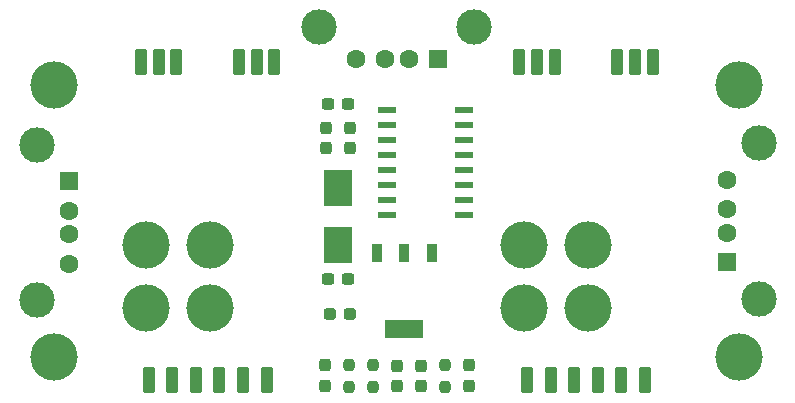
<source format=gts>
G04 #@! TF.GenerationSoftware,KiCad,Pcbnew,8.0.5*
G04 #@! TF.CreationDate,2024-09-26T10:19:01+02:00*
G04 #@! TF.ProjectId,BL-R8812AF1 2x mount,424c2d52-3838-4313-9241-463120327820,rev?*
G04 #@! TF.SameCoordinates,Original*
G04 #@! TF.FileFunction,Soldermask,Top*
G04 #@! TF.FilePolarity,Negative*
%FSLAX46Y46*%
G04 Gerber Fmt 4.6, Leading zero omitted, Abs format (unit mm)*
G04 Created by KiCad (PCBNEW 8.0.5) date 2024-09-26 10:19:01*
%MOMM*%
%LPD*%
G01*
G04 APERTURE LIST*
G04 Aperture macros list*
%AMRoundRect*
0 Rectangle with rounded corners*
0 $1 Rounding radius*
0 $2 $3 $4 $5 $6 $7 $8 $9 X,Y pos of 4 corners*
0 Add a 4 corners polygon primitive as box body*
4,1,4,$2,$3,$4,$5,$6,$7,$8,$9,$2,$3,0*
0 Add four circle primitives for the rounded corners*
1,1,$1+$1,$2,$3*
1,1,$1+$1,$4,$5*
1,1,$1+$1,$6,$7*
1,1,$1+$1,$8,$9*
0 Add four rect primitives between the rounded corners*
20,1,$1+$1,$2,$3,$4,$5,0*
20,1,$1+$1,$4,$5,$6,$7,0*
20,1,$1+$1,$6,$7,$8,$9,0*
20,1,$1+$1,$8,$9,$2,$3,0*%
G04 Aperture macros list end*
%ADD10RoundRect,0.237500X-0.287500X-0.237500X0.287500X-0.237500X0.287500X0.237500X-0.287500X0.237500X0*%
%ADD11RoundRect,0.237500X0.300000X0.237500X-0.300000X0.237500X-0.300000X-0.237500X0.300000X-0.237500X0*%
%ADD12RoundRect,0.237500X0.237500X-0.300000X0.237500X0.300000X-0.237500X0.300000X-0.237500X-0.300000X0*%
%ADD13RoundRect,0.237500X0.237500X-0.287500X0.237500X0.287500X-0.237500X0.287500X-0.237500X-0.287500X0*%
%ADD14RoundRect,0.237500X-0.237500X0.250000X-0.237500X-0.250000X0.237500X-0.250000X0.237500X0.250000X0*%
%ADD15RoundRect,0.237500X0.237500X-0.250000X0.237500X0.250000X-0.237500X0.250000X-0.237500X-0.250000X0*%
%ADD16RoundRect,0.237500X-0.237500X0.300000X-0.237500X-0.300000X0.237500X-0.300000X0.237500X0.300000X0*%
%ADD17R,2.400000X3.150000*%
%ADD18C,4.000000*%
%ADD19RoundRect,0.275000X0.275000X-0.825000X0.275000X0.825000X-0.275000X0.825000X-0.275000X-0.825000X0*%
%ADD20RoundRect,0.137500X0.662500X0.137500X-0.662500X0.137500X-0.662500X-0.137500X0.662500X-0.137500X0*%
%ADD21R,1.600000X1.500000*%
%ADD22C,1.600000*%
%ADD23C,3.000000*%
%ADD24R,1.500000X1.600000*%
%ADD25R,3.200400X1.549400*%
%ADD26R,0.900800X1.549400*%
G04 APERTURE END LIST*
D10*
X121313000Y-96774000D03*
X123063000Y-96774000D03*
D11*
X122883000Y-78994000D03*
X121158000Y-78994000D03*
D12*
X123063000Y-82751000D03*
X123063000Y-81026000D03*
X121031000Y-82751000D03*
X121031000Y-81026000D03*
D11*
X122883000Y-93853000D03*
X121158000Y-93853000D03*
D13*
X120904000Y-102856000D03*
X120904000Y-101106000D03*
D14*
X122936000Y-101106000D03*
X122936000Y-102931000D03*
D15*
X124968000Y-102931000D03*
X124968000Y-101106000D03*
D16*
X127000000Y-101159000D03*
X127000000Y-102884000D03*
D13*
X133096000Y-102856000D03*
X133096000Y-101106000D03*
D14*
X131064000Y-101106000D03*
X131064000Y-102931000D03*
D16*
X129032000Y-101159000D03*
X129032000Y-102884000D03*
D17*
X122047000Y-90932000D03*
X122047000Y-86082000D03*
D18*
X105758000Y-90899000D03*
X111158000Y-90899000D03*
X105758000Y-96299000D03*
X111158000Y-96299000D03*
X137762000Y-90899000D03*
X143162000Y-90899000D03*
X137762000Y-96299000D03*
X143162000Y-96299000D03*
X98000000Y-100400000D03*
X156000000Y-77400000D03*
D19*
X148669000Y-75399999D03*
X147169000Y-75400000D03*
X145669000Y-75400000D03*
X140369000Y-75400000D03*
X138869000Y-75399999D03*
X137369001Y-75400000D03*
X138018999Y-102400000D03*
X140018999Y-102400000D03*
X142019000Y-102400000D03*
X144019000Y-102400000D03*
X146019000Y-102400001D03*
X148019000Y-102400000D03*
D18*
X98000000Y-77400000D03*
D20*
X132663000Y-88392000D03*
X132663000Y-87122000D03*
X132663000Y-85852000D03*
X132663000Y-84582000D03*
X132663000Y-83312000D03*
X132663000Y-82042000D03*
X132663000Y-80772000D03*
X132663000Y-79502000D03*
X126163000Y-79502000D03*
X126163000Y-80772000D03*
X126163000Y-82042000D03*
X126163000Y-83312000D03*
X126163000Y-84582000D03*
X126163000Y-85852000D03*
X126163000Y-87122000D03*
X126163000Y-88392000D03*
D19*
X116631000Y-75400000D03*
X115131001Y-75400001D03*
X113631000Y-75400000D03*
X108331000Y-75399999D03*
X106830999Y-75400000D03*
X105331000Y-75400000D03*
X105981001Y-102400000D03*
X107981000Y-102400000D03*
X109981000Y-102400000D03*
X111981001Y-102399999D03*
X113981000Y-102400000D03*
X115980999Y-102400001D03*
D18*
X156000000Y-100400000D03*
D21*
X130500000Y-75227000D03*
D22*
X128000000Y-75227000D03*
X126000000Y-75227000D03*
X123500000Y-75227000D03*
D23*
X133570000Y-72517000D03*
X120430000Y-72517000D03*
X157624000Y-82330000D03*
X157624000Y-95470000D03*
D22*
X154914000Y-85400000D03*
X154914000Y-87900000D03*
X154914000Y-89900000D03*
D24*
X154914000Y-92400000D03*
D25*
X127635000Y-98044000D03*
D26*
X125335000Y-91592400D03*
X127635000Y-91592400D03*
X129935000Y-91592400D03*
D23*
X96503000Y-95597000D03*
X96503000Y-82457000D03*
D22*
X99213000Y-92527000D03*
X99213000Y-90027000D03*
X99213000Y-88027000D03*
D24*
X99213000Y-85527000D03*
M02*

</source>
